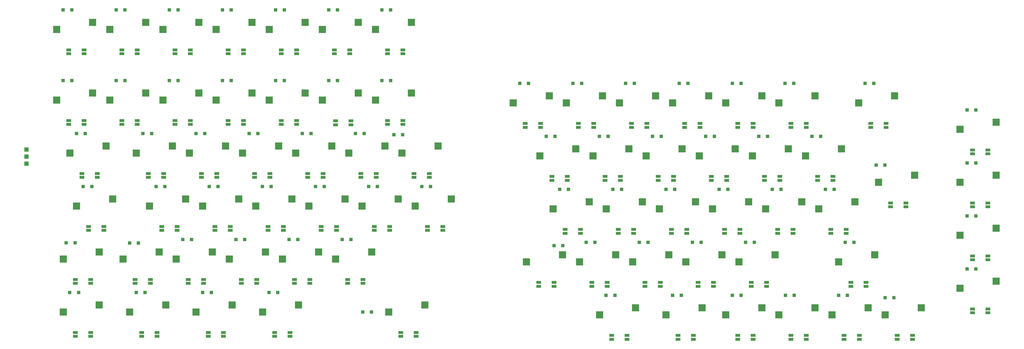
<source format=gbp>
G04 #@! TF.GenerationSoftware,KiCad,Pcbnew,(5.1.5)-3*
G04 #@! TF.CreationDate,2021-06-27T16:27:36-05:00*
G04 #@! TF.ProjectId,SplitKeyboard,53706c69-744b-4657-9962-6f6172642e6b,rev?*
G04 #@! TF.SameCoordinates,Original*
G04 #@! TF.FileFunction,Paste,Bot*
G04 #@! TF.FilePolarity,Positive*
%FSLAX46Y46*%
G04 Gerber Fmt 4.6, Leading zero omitted, Abs format (unit mm)*
G04 Created by KiCad (PCBNEW (5.1.5)-3) date 2021-06-27 16:27:36*
%MOMM*%
%LPD*%
G04 APERTURE LIST*
%ADD10R,2.550000X2.500000*%
%ADD11R,1.200000X1.200000*%
%ADD12R,1.700000X1.000000*%
%ADD13R,1.524000X1.524000*%
G04 APERTURE END LIST*
D10*
X104806750Y-78994000D03*
X91879750Y-81534000D03*
X265107750Y-127031750D03*
X278034750Y-124491750D03*
D11*
X246780250Y-158146750D03*
X243630250Y-158146750D03*
X308692750Y-120046750D03*
X305542750Y-120046750D03*
X275355250Y-139096750D03*
X272205250Y-139096750D03*
X280105250Y-100996750D03*
X276955250Y-100996750D03*
X260940750Y-100996750D03*
X257790750Y-100996750D03*
X270592750Y-120046750D03*
X267442750Y-120046750D03*
X242017750Y-100996750D03*
X238867750Y-100996750D03*
X313455250Y-139096750D03*
X310305250Y-139096750D03*
X303930250Y-158146750D03*
X300780250Y-158146750D03*
X222967750Y-100996750D03*
X219817750Y-100996750D03*
X256305250Y-139096750D03*
X253155250Y-139096750D03*
X253924000Y-177196750D03*
X250774000Y-177196750D03*
X299167750Y-100996750D03*
X296017750Y-100996750D03*
X289642750Y-120046750D03*
X286492750Y-120046750D03*
X294405250Y-139096750D03*
X291255250Y-139096750D03*
X327742750Y-120046750D03*
X324592750Y-120046750D03*
X284880250Y-158146750D03*
X281730250Y-158146750D03*
X232492750Y-120046750D03*
X229342750Y-120046750D03*
X265830250Y-158146750D03*
X262680250Y-158146750D03*
X237255250Y-139096750D03*
X234105250Y-139096750D03*
X318090750Y-100996750D03*
X314940750Y-100996750D03*
X251542750Y-120046750D03*
X248392750Y-120046750D03*
X232136750Y-159289750D03*
X235286750Y-159289750D03*
X350761500Y-130365500D03*
X347611500Y-130365500D03*
X383305250Y-129571750D03*
X380155250Y-129571750D03*
D10*
X293682750Y-184181750D03*
X306609750Y-181641750D03*
D11*
X277736500Y-177196750D03*
X274586500Y-177196750D03*
D10*
X236532750Y-107981750D03*
X249459750Y-105441750D03*
X331782750Y-184181750D03*
X344709750Y-181641750D03*
X350832750Y-184181750D03*
X363759750Y-181641750D03*
D11*
X346780250Y-100996750D03*
X343630250Y-100996750D03*
X337267750Y-177196750D03*
X334117750Y-177196750D03*
X383305250Y-110521750D03*
X380155250Y-110521750D03*
X353936500Y-177990500D03*
X350786500Y-177990500D03*
D10*
X217482750Y-107981750D03*
X230409750Y-105441750D03*
X312732750Y-184181750D03*
X325659750Y-181641750D03*
D11*
X318217750Y-177196750D03*
X315067750Y-177196750D03*
X383305250Y-167671750D03*
X380155250Y-167671750D03*
X299167750Y-177196750D03*
X296017750Y-177196750D03*
D10*
X274632750Y-107981750D03*
X287559750Y-105441750D03*
X255582750Y-107981750D03*
X268509750Y-105441750D03*
X288920250Y-146081750D03*
X301847250Y-143541750D03*
D11*
X332505250Y-139096750D03*
X329355250Y-139096750D03*
X339649000Y-158146750D03*
X336499000Y-158146750D03*
X383305250Y-148621750D03*
X380155250Y-148621750D03*
D10*
X293682750Y-107981750D03*
X306609750Y-105441750D03*
X227007750Y-127031750D03*
X239934750Y-124491750D03*
X307970250Y-146081750D03*
X320897250Y-143541750D03*
X327020250Y-146081750D03*
X339947250Y-143541750D03*
D12*
X221817750Y-116778000D03*
X221817750Y-115378000D03*
X227317750Y-116778000D03*
X227317750Y-115378000D03*
X343999000Y-172528000D03*
X343999000Y-173928000D03*
X338499000Y-172528000D03*
X338499000Y-173928000D03*
D10*
X272251500Y-184181750D03*
X285178500Y-181641750D03*
X334164000Y-165131750D03*
X347091000Y-162591750D03*
X341307750Y-107981750D03*
X354234750Y-105441750D03*
D12*
X240867750Y-116778000D03*
X240867750Y-115378000D03*
X246367750Y-116778000D03*
X246367750Y-115378000D03*
D10*
X348451500Y-136556750D03*
X361378500Y-134016750D03*
X248439000Y-184181750D03*
X261366000Y-181641750D03*
D12*
X259917750Y-116778000D03*
X259917750Y-115378000D03*
X265417750Y-116778000D03*
X265417750Y-115378000D03*
X284467750Y-115378000D03*
X284467750Y-116778000D03*
X278967750Y-115378000D03*
X278967750Y-116778000D03*
X270180250Y-172528000D03*
X270180250Y-173928000D03*
X264680250Y-172528000D03*
X264680250Y-173928000D03*
X289230250Y-172528000D03*
X289230250Y-173928000D03*
X283730250Y-172528000D03*
X283730250Y-173928000D03*
X331355250Y-154878000D03*
X331355250Y-153478000D03*
X336855250Y-154878000D03*
X336855250Y-153478000D03*
X312305250Y-154878000D03*
X312305250Y-153478000D03*
X317805250Y-154878000D03*
X317805250Y-153478000D03*
X293255250Y-154878000D03*
X293255250Y-153478000D03*
X298755250Y-154878000D03*
X298755250Y-153478000D03*
X308280250Y-172528000D03*
X308280250Y-173928000D03*
X302780250Y-172528000D03*
X302780250Y-173928000D03*
X351142750Y-115378000D03*
X351142750Y-116778000D03*
X345642750Y-115378000D03*
X345642750Y-116778000D03*
X251130250Y-172528000D03*
X251130250Y-173928000D03*
X245630250Y-172528000D03*
X245630250Y-173928000D03*
X274205250Y-154878000D03*
X274205250Y-153478000D03*
X279705250Y-154878000D03*
X279705250Y-153478000D03*
X258274000Y-191578000D03*
X258274000Y-192978000D03*
X252774000Y-191578000D03*
X252774000Y-192978000D03*
X322567750Y-115378000D03*
X322567750Y-116778000D03*
X317067750Y-115378000D03*
X317067750Y-116778000D03*
X255155250Y-154878000D03*
X255155250Y-153478000D03*
X260655250Y-154878000D03*
X260655250Y-153478000D03*
X303517750Y-115378000D03*
X303517750Y-116778000D03*
X298017750Y-115378000D03*
X298017750Y-116778000D03*
X232080250Y-172528000D03*
X232080250Y-173928000D03*
X226580250Y-172528000D03*
X226580250Y-173928000D03*
X282086500Y-191578000D03*
X282086500Y-192978000D03*
X276586500Y-191578000D03*
X276586500Y-192978000D03*
X326592750Y-135828000D03*
X326592750Y-134428000D03*
X332092750Y-135828000D03*
X332092750Y-134428000D03*
X352786500Y-145353000D03*
X352786500Y-143953000D03*
X358286500Y-145353000D03*
X358286500Y-143953000D03*
X241605250Y-153478000D03*
X241605250Y-154878000D03*
X236105250Y-153478000D03*
X236105250Y-154878000D03*
X303517750Y-191578000D03*
X303517750Y-192978000D03*
X298017750Y-191578000D03*
X298017750Y-192978000D03*
X250392750Y-135828000D03*
X250392750Y-134428000D03*
X255892750Y-135828000D03*
X255892750Y-134428000D03*
X231342750Y-135828000D03*
X231342750Y-134428000D03*
X236842750Y-135828000D03*
X236842750Y-134428000D03*
D10*
X303207750Y-127031750D03*
X316134750Y-124491750D03*
X377661500Y-136556750D03*
X390588500Y-134016750D03*
X322257750Y-127031750D03*
X335184750Y-124491750D03*
X260345250Y-165131750D03*
X273272250Y-162591750D03*
X279395250Y-165131750D03*
X292322250Y-162591750D03*
X312732750Y-107981750D03*
X325659750Y-105441750D03*
X298445250Y-165131750D03*
X311372250Y-162591750D03*
X269870250Y-146081750D03*
X282797250Y-143541750D03*
X246057750Y-127031750D03*
X258984750Y-124491750D03*
X222245250Y-165131750D03*
X235172250Y-162591750D03*
X377661500Y-174656750D03*
X390588500Y-172116750D03*
X377661500Y-117506750D03*
X390588500Y-114966750D03*
X231770250Y-146081750D03*
X244697250Y-143541750D03*
X250820250Y-146081750D03*
X263747250Y-143541750D03*
X241295250Y-165131750D03*
X254222250Y-162591750D03*
X284157750Y-127031750D03*
X297084750Y-124491750D03*
X377661500Y-155606750D03*
X390588500Y-153066750D03*
D12*
X341617750Y-191578000D03*
X341617750Y-192978000D03*
X336117750Y-191578000D03*
X336117750Y-192978000D03*
X387655250Y-124903000D03*
X387655250Y-126303000D03*
X382155250Y-124903000D03*
X382155250Y-126303000D03*
X387655250Y-143953000D03*
X387655250Y-145353000D03*
X382155250Y-143953000D03*
X382155250Y-145353000D03*
X387655250Y-182053000D03*
X387655250Y-183453000D03*
X382155250Y-182053000D03*
X382155250Y-183453000D03*
X387655250Y-163003000D03*
X387655250Y-164403000D03*
X382155250Y-163003000D03*
X382155250Y-164403000D03*
X307542750Y-135828000D03*
X307542750Y-134428000D03*
X313042750Y-135828000D03*
X313042750Y-134428000D03*
X360667750Y-191578000D03*
X360667750Y-192978000D03*
X355167750Y-191578000D03*
X355167750Y-192978000D03*
X322567750Y-191578000D03*
X322567750Y-192978000D03*
X317067750Y-191578000D03*
X317067750Y-192978000D03*
X288492750Y-135828000D03*
X288492750Y-134428000D03*
X293992750Y-135828000D03*
X293992750Y-134428000D03*
X269442750Y-135828000D03*
X269442750Y-134428000D03*
X274942750Y-135828000D03*
X274942750Y-134428000D03*
D10*
X181006750Y-104394000D03*
X168079750Y-106934000D03*
X190531750Y-123444000D03*
X177604750Y-125984000D03*
X152431750Y-123444000D03*
X139504750Y-125984000D03*
D12*
X182677250Y-190530250D03*
X182677250Y-191930250D03*
X177177250Y-190530250D03*
X177177250Y-191930250D03*
D13*
X42989500Y-124777500D03*
X42989500Y-127317500D03*
X42989500Y-129857500D03*
D12*
X159289750Y-114424000D03*
X159289750Y-115824000D03*
X153789750Y-114424000D03*
X153789750Y-115824000D03*
X139814750Y-114330250D03*
X139814750Y-115730250D03*
X134314750Y-114330250D03*
X134314750Y-115730250D03*
X65996000Y-171480250D03*
X65996000Y-172880250D03*
X60496000Y-171480250D03*
X60496000Y-172880250D03*
X81927250Y-172880250D03*
X81927250Y-171480250D03*
X87427250Y-172880250D03*
X87427250Y-171480250D03*
X120764750Y-114330250D03*
X120764750Y-115730250D03*
X115264750Y-114330250D03*
X115264750Y-115730250D03*
X100977250Y-172880250D03*
X100977250Y-171480250D03*
X106477250Y-172880250D03*
X106477250Y-171480250D03*
X177914750Y-114330250D03*
X177914750Y-115730250D03*
X172414750Y-114330250D03*
X172414750Y-115730250D03*
X70758500Y-152430250D03*
X70758500Y-153830250D03*
X65258500Y-152430250D03*
X65258500Y-153830250D03*
X96214750Y-115730250D03*
X96214750Y-114330250D03*
X101714750Y-115730250D03*
X101714750Y-114330250D03*
X120027250Y-172880250D03*
X120027250Y-171480250D03*
X125527250Y-172880250D03*
X125527250Y-171480250D03*
X172414750Y-90330250D03*
X172414750Y-88930250D03*
X177914750Y-90330250D03*
X177914750Y-88930250D03*
X96952250Y-152430250D03*
X96952250Y-153830250D03*
X91452250Y-152430250D03*
X91452250Y-153830250D03*
X77164750Y-115730250D03*
X77164750Y-114330250D03*
X82664750Y-115730250D03*
X82664750Y-114330250D03*
X144577250Y-171480250D03*
X144577250Y-172880250D03*
X139077250Y-171480250D03*
X139077250Y-172880250D03*
X153364750Y-90330250D03*
X153364750Y-88930250D03*
X158864750Y-90330250D03*
X158864750Y-88930250D03*
X116002250Y-152430250D03*
X116002250Y-153830250D03*
X110502250Y-152430250D03*
X110502250Y-153830250D03*
X134314750Y-90330250D03*
X134314750Y-88930250D03*
X139814750Y-90330250D03*
X139814750Y-88930250D03*
X58114750Y-115730250D03*
X58114750Y-114330250D03*
X63614750Y-115730250D03*
X63614750Y-114330250D03*
X129552250Y-153830250D03*
X129552250Y-152430250D03*
X135052250Y-153830250D03*
X135052250Y-152430250D03*
X163627250Y-171480250D03*
X163627250Y-172880250D03*
X158127250Y-171480250D03*
X158127250Y-172880250D03*
X115264750Y-90330250D03*
X115264750Y-88930250D03*
X120764750Y-90330250D03*
X120764750Y-88930250D03*
X68377250Y-133380250D03*
X68377250Y-134780250D03*
X62877250Y-133380250D03*
X62877250Y-134780250D03*
X148602250Y-153830250D03*
X148602250Y-152430250D03*
X154102250Y-153830250D03*
X154102250Y-152430250D03*
X92189750Y-133380250D03*
X92189750Y-134780250D03*
X86689750Y-133380250D03*
X86689750Y-134780250D03*
X131933500Y-191930250D03*
X131933500Y-190530250D03*
X137433500Y-191930250D03*
X137433500Y-190530250D03*
X96214750Y-90330250D03*
X96214750Y-88930250D03*
X101714750Y-90330250D03*
X101714750Y-88930250D03*
X167652250Y-153830250D03*
X167652250Y-152430250D03*
X173152250Y-153830250D03*
X173152250Y-152430250D03*
X111239750Y-133380250D03*
X111239750Y-134780250D03*
X105739750Y-133380250D03*
X105739750Y-134780250D03*
X108121000Y-191930250D03*
X108121000Y-190530250D03*
X113621000Y-191930250D03*
X113621000Y-190530250D03*
X77164750Y-90330250D03*
X77164750Y-88930250D03*
X82664750Y-90330250D03*
X82664750Y-88930250D03*
X186702250Y-153830250D03*
X186702250Y-152430250D03*
X192202250Y-153830250D03*
X192202250Y-152430250D03*
X130289750Y-133380250D03*
X130289750Y-134780250D03*
X124789750Y-133380250D03*
X124789750Y-134780250D03*
X84308500Y-191930250D03*
X84308500Y-190530250D03*
X89808500Y-191930250D03*
X89808500Y-190530250D03*
X58114750Y-90330250D03*
X58114750Y-88930250D03*
X63614750Y-90330250D03*
X63614750Y-88930250D03*
X187439750Y-133380250D03*
X187439750Y-134780250D03*
X181939750Y-133380250D03*
X181939750Y-134780250D03*
X149339750Y-133380250D03*
X149339750Y-134780250D03*
X143839750Y-133380250D03*
X143839750Y-134780250D03*
X168389750Y-133380250D03*
X168389750Y-134780250D03*
X162889750Y-133380250D03*
X162889750Y-134780250D03*
X60496000Y-191930250D03*
X60496000Y-190530250D03*
X65996000Y-191930250D03*
X65996000Y-190530250D03*
D10*
X92900500Y-180594000D03*
X79973500Y-183134000D03*
X71469250Y-123444000D03*
X58542250Y-125984000D03*
X69088000Y-161544000D03*
X56161000Y-164084000D03*
X140525500Y-180594000D03*
X127598500Y-183134000D03*
X69088000Y-180594000D03*
X56161000Y-183134000D03*
X73850500Y-142494000D03*
X60923500Y-145034000D03*
X116713000Y-180594000D03*
X103786000Y-183134000D03*
X90519250Y-161544000D03*
X77592250Y-164084000D03*
X109569250Y-161544000D03*
X96642250Y-164084000D03*
X114331750Y-123444000D03*
X101404750Y-125984000D03*
X147669250Y-161544000D03*
X134742250Y-164084000D03*
X171481750Y-123444000D03*
X158554750Y-125984000D03*
X185769250Y-180594000D03*
X172842250Y-183134000D03*
X119094250Y-142494000D03*
X106167250Y-145034000D03*
X95281750Y-123444000D03*
X82354750Y-125984000D03*
X195294250Y-142494000D03*
X182367250Y-145034000D03*
X176244250Y-142494000D03*
X163317250Y-145034000D03*
X181006750Y-78994000D03*
X168079750Y-81534000D03*
X161956750Y-78994000D03*
X149029750Y-81534000D03*
X142906750Y-78994000D03*
X129979750Y-81534000D03*
X123856750Y-78994000D03*
X110929750Y-81534000D03*
X85756750Y-78994000D03*
X72829750Y-81534000D03*
X157194250Y-142494000D03*
X144267250Y-145034000D03*
X66706750Y-78994000D03*
X53779750Y-81534000D03*
X133381750Y-123444000D03*
X120454750Y-125984000D03*
X138144250Y-142494000D03*
X125217250Y-145034000D03*
X128619250Y-161544000D03*
X115692250Y-164084000D03*
X66706750Y-104394000D03*
X53779750Y-106934000D03*
X166719250Y-161544000D03*
X153792250Y-164084000D03*
X100044250Y-142494000D03*
X87117250Y-145034000D03*
X161956750Y-104394000D03*
X149029750Y-106934000D03*
X142906750Y-104394000D03*
X129979750Y-106934000D03*
X123856750Y-104394000D03*
X110929750Y-106934000D03*
X104806750Y-104394000D03*
X91879750Y-106934000D03*
X85756750Y-104394000D03*
X72829750Y-106934000D03*
D11*
X163525000Y-183134000D03*
X166675000Y-183134000D03*
X170414750Y-74549000D03*
X173564750Y-74549000D03*
X151364750Y-74549000D03*
X154514750Y-74549000D03*
X132314750Y-74549000D03*
X135464750Y-74549000D03*
X113264750Y-74549000D03*
X116414750Y-74549000D03*
X94214750Y-74549000D03*
X97364750Y-74549000D03*
X75164750Y-74549000D03*
X78314750Y-74549000D03*
X184702250Y-138049000D03*
X187852250Y-138049000D03*
X174701000Y-119380000D03*
X177851000Y-119380000D03*
X170414750Y-99949000D03*
X173564750Y-99949000D03*
X156127250Y-157099000D03*
X159277250Y-157099000D03*
X165652250Y-138049000D03*
X168802250Y-138049000D03*
X160889750Y-118999000D03*
X164039750Y-118999000D03*
X151364750Y-99949000D03*
X154514750Y-99949000D03*
X56114750Y-74549000D03*
X59264750Y-74549000D03*
X137077250Y-157099000D03*
X140227250Y-157099000D03*
X146602250Y-138049000D03*
X149752250Y-138049000D03*
X141839750Y-118999000D03*
X144989750Y-118999000D03*
X132314750Y-99949000D03*
X135464750Y-99949000D03*
X129933500Y-176149000D03*
X133083500Y-176149000D03*
X118027250Y-157099000D03*
X121177250Y-157099000D03*
X127552250Y-138049000D03*
X130702250Y-138049000D03*
X122789750Y-118999000D03*
X125939750Y-118999000D03*
X113264750Y-99949000D03*
X116414750Y-99949000D03*
X106121000Y-176149000D03*
X109271000Y-176149000D03*
X98977250Y-157099000D03*
X102127250Y-157099000D03*
X108502250Y-138049000D03*
X111652250Y-138049000D03*
X103739750Y-118999000D03*
X106889750Y-118999000D03*
X94214750Y-99949000D03*
X97364750Y-99949000D03*
X82308500Y-176149000D03*
X85458500Y-176149000D03*
X79927250Y-158369000D03*
X83077250Y-158369000D03*
X89452250Y-138049000D03*
X92602250Y-138049000D03*
X84689750Y-118999000D03*
X87839750Y-118999000D03*
X75164750Y-99949000D03*
X78314750Y-99949000D03*
X58496000Y-176149000D03*
X61646000Y-176149000D03*
X57226000Y-158242000D03*
X60376000Y-158242000D03*
X63258500Y-138049000D03*
X66408500Y-138049000D03*
X60877250Y-118999000D03*
X64027250Y-118999000D03*
X56114750Y-99949000D03*
X59264750Y-99949000D03*
M02*

</source>
